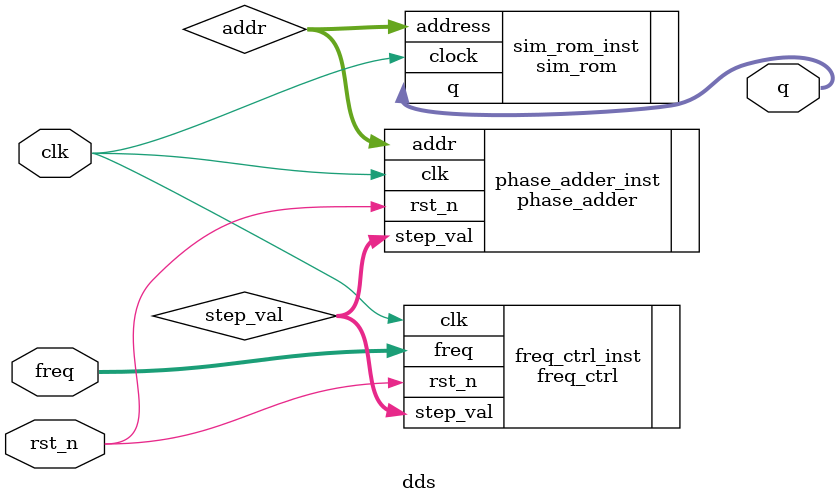
<source format=v>
module dds(

		input		wire				clk,
		input		wire				rst_n,
		input		wire	[19:0]	freq,
//		input		wire	[1:0]		wave_sel,
//		input		wire	[4:0]		amp_adj,
		output	wire	[7:0]		q
		
	);
	
	wire	[31:0]	step_val;
	wire	[5:0]		addr;
//	wire	[7:0]		q;
	
	freq_ctrl freq_ctrl_inst(

				.clk			(clk),
				.rst_n		(rst_n),
//				.wave_sel	(wave_sel),
				.freq			(freq),
				.step_val	(step_val)
		
			);

	phase_adder phase_adder_inst(

				.clk			(clk),
				.rst_n		(rst_n),
//				.wave_sel	(wave_sel),
				.step_val	(step_val),
				.addr			(addr)
				
			);
	
	sim_rom	sim_rom_inst (
				.address ( addr ),
				.clock 	( clk ),
				.q 		( q )
			);
	
//	amp_adj amp_adj_inst(
//	
//				.clk			(clk),
//				.rst_n		(rst_n),
//				.wave			(q),
//				.amp_factor	(amp_adj),
//				.wave_adj	(wave_adj)
//		
//			);
			
endmodule

</source>
